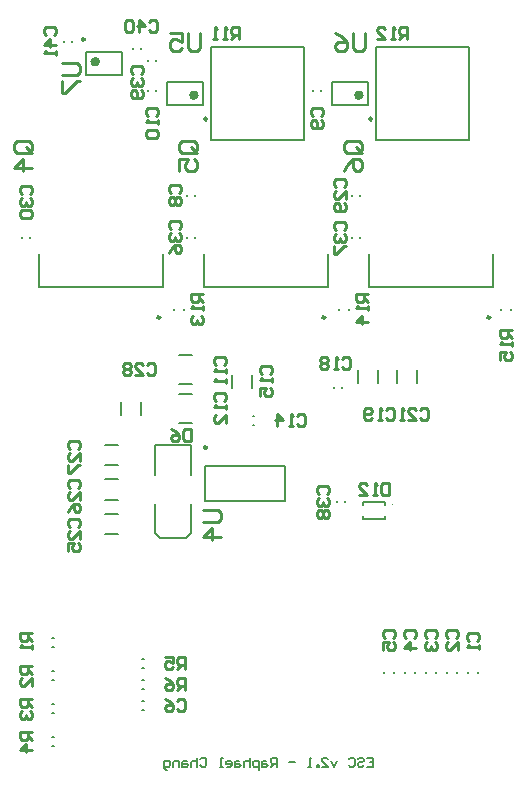
<source format=gbo>
G04 Layer_Color=32896*
%FSAX24Y24*%
%MOIN*%
G70*
G01*
G75*
%ADD27C,0.0100*%
%ADD53C,0.0098*%
%ADD54C,0.0039*%
%ADD55C,0.0080*%
%ADD56C,0.0079*%
%ADD92C,0.0157*%
D27*
X052867Y040433D02*
X052800Y040500D01*
Y040633D01*
X052867Y040700D01*
X053133D01*
X053200Y040633D01*
Y040500D01*
X053133Y040433D01*
X053200Y040100D02*
X052800D01*
X053000Y040300D01*
Y040034D01*
X053200Y039900D02*
Y039767D01*
Y039834D01*
X052800D01*
X052867Y039900D01*
X053400Y039500D02*
X053900D01*
X054000Y039400D01*
Y039200D01*
X053900Y039100D01*
X053400D01*
Y038900D02*
Y038500D01*
X053500D01*
X053900Y038900D01*
X054000D01*
X056283Y040883D02*
X056350Y040950D01*
X056483D01*
X056550Y040883D01*
Y040617D01*
X056483Y040550D01*
X056350D01*
X056283Y040617D01*
X055950Y040550D02*
Y040950D01*
X056150Y040750D01*
X055884D01*
X055750Y040883D02*
X055684Y040950D01*
X055550D01*
X055484Y040883D01*
Y040617D01*
X055550Y040550D01*
X055684D01*
X055750Y040617D01*
Y040883D01*
X055767Y039133D02*
X055700Y039200D01*
Y039333D01*
X055767Y039400D01*
X056033D01*
X056100Y039333D01*
Y039200D01*
X056033Y039133D01*
X055767Y039000D02*
X055700Y038933D01*
Y038800D01*
X055767Y038734D01*
X055833D01*
X055900Y038800D01*
Y038867D01*
Y038800D01*
X055967Y038734D01*
X056033D01*
X056100Y038800D01*
Y038933D01*
X056033Y039000D01*
Y038600D02*
X056100Y038534D01*
Y038400D01*
X056033Y038334D01*
X055767D01*
X055700Y038400D01*
Y038534D01*
X055767Y038600D01*
X055833D01*
X055900Y038534D01*
Y038334D01*
X061967Y025133D02*
X061900Y025200D01*
Y025333D01*
X061967Y025400D01*
X062233D01*
X062300Y025333D01*
Y025200D01*
X062233Y025133D01*
X061967Y025000D02*
X061900Y024933D01*
Y024800D01*
X061967Y024734D01*
X062033D01*
X062100Y024800D01*
Y024867D01*
Y024800D01*
X062167Y024734D01*
X062233D01*
X062300Y024800D01*
Y024933D01*
X062233Y025000D01*
X061967Y024600D02*
X061900Y024534D01*
Y024400D01*
X061967Y024334D01*
X062033D01*
X062100Y024400D01*
X062167Y024334D01*
X062233D01*
X062300Y024400D01*
Y024534D01*
X062233Y024600D01*
X062167D01*
X062100Y024534D01*
X062033Y024600D01*
X061967D01*
X062100Y024534D02*
Y024400D01*
X064300Y025500D02*
Y025100D01*
X064100D01*
X064033Y025167D01*
Y025433D01*
X064100Y025500D01*
X064300D01*
X063900Y025100D02*
X063767D01*
X063833D01*
Y025500D01*
X063900Y025433D01*
X063300Y025100D02*
X063567D01*
X063300Y025367D01*
Y025433D01*
X063367Y025500D01*
X063500D01*
X063567Y025433D01*
X063500Y040500D02*
Y040000D01*
X063400Y039900D01*
X063200D01*
X063100Y040000D01*
Y040500D01*
X062500D02*
X062700Y040400D01*
X062900Y040200D01*
Y040000D01*
X062800Y039900D01*
X062600D01*
X062500Y040000D01*
Y040100D01*
X062600Y040200D01*
X062900D01*
X058000Y040500D02*
Y040000D01*
X057900Y039900D01*
X057700D01*
X057600Y040000D01*
Y040500D01*
X057000D02*
X057400D01*
Y040200D01*
X057200Y040300D01*
X057100D01*
X057000Y040200D01*
Y040000D01*
X057100Y039900D01*
X057300D01*
X057400Y040000D01*
X058100Y024600D02*
X058600D01*
X058700Y024500D01*
Y024300D01*
X058600Y024200D01*
X058100D01*
X058700Y023700D02*
X058100D01*
X058400Y024000D01*
Y023600D01*
X068400Y030600D02*
X068000D01*
Y030400D01*
X068067Y030333D01*
X068200D01*
X068267Y030400D01*
Y030600D01*
Y030467D02*
X068400Y030333D01*
Y030200D02*
Y030067D01*
Y030133D01*
X068000D01*
X068067Y030200D01*
X068000Y029600D02*
Y029867D01*
X068200D01*
X068133Y029734D01*
Y029667D01*
X068200Y029600D01*
X068333D01*
X068400Y029667D01*
Y029800D01*
X068333Y029867D01*
X063600Y031800D02*
X063200D01*
Y031600D01*
X063267Y031533D01*
X063400D01*
X063467Y031600D01*
Y031800D01*
Y031667D02*
X063600Y031533D01*
Y031400D02*
Y031267D01*
Y031333D01*
X063200D01*
X063267Y031400D01*
X063600Y030867D02*
X063200D01*
X063400Y031067D01*
Y030800D01*
X058100Y031800D02*
X057700D01*
Y031600D01*
X057767Y031533D01*
X057900D01*
X057967Y031600D01*
Y031800D01*
Y031667D02*
X058100Y031533D01*
Y031400D02*
Y031267D01*
Y031333D01*
X057700D01*
X057767Y031400D01*
Y031067D02*
X057700Y031000D01*
Y030867D01*
X057767Y030800D01*
X057833D01*
X057900Y030867D01*
Y030934D01*
Y030867D01*
X057967Y030800D01*
X058033D01*
X058100Y030867D01*
Y031000D01*
X058033Y031067D01*
X064900Y040300D02*
Y040700D01*
X064700D01*
X064633Y040633D01*
Y040500D01*
X064700Y040433D01*
X064900D01*
X064767D02*
X064633Y040300D01*
X064500D02*
X064367D01*
X064433D01*
Y040700D01*
X064500Y040633D01*
X063900Y040300D02*
X064167D01*
X063900Y040567D01*
Y040633D01*
X063967Y040700D01*
X064100D01*
X064167Y040633D01*
X059300Y040300D02*
Y040700D01*
X059100D01*
X059033Y040633D01*
Y040500D01*
X059100Y040433D01*
X059300D01*
X059167D02*
X059033Y040300D01*
X058900D02*
X058767D01*
X058833D01*
Y040700D01*
X058900Y040633D01*
X058567Y040300D02*
X058434D01*
X058500D01*
Y040700D01*
X058567Y040633D01*
X057500Y018600D02*
Y019000D01*
X057300D01*
X057233Y018933D01*
Y018800D01*
X057300Y018733D01*
X057500D01*
X057367D02*
X057233Y018600D01*
X056834Y019000D02*
X056967Y018933D01*
X057100Y018800D01*
Y018667D01*
X057033Y018600D01*
X056900D01*
X056834Y018667D01*
Y018733D01*
X056900Y018800D01*
X057100D01*
X057500Y019300D02*
Y019700D01*
X057300D01*
X057233Y019633D01*
Y019500D01*
X057300Y019433D01*
X057500D01*
X057367D02*
X057233Y019300D01*
X056834Y019700D02*
X057100D01*
Y019500D01*
X056967Y019567D01*
X056900D01*
X056834Y019500D01*
Y019367D01*
X056900Y019300D01*
X057033D01*
X057100Y019367D01*
X052400Y017200D02*
X052000D01*
Y017000D01*
X052067Y016933D01*
X052200D01*
X052267Y017000D01*
Y017200D01*
Y017067D02*
X052400Y016933D01*
Y016600D02*
X052000D01*
X052200Y016800D01*
Y016534D01*
X052400Y018300D02*
X052000D01*
Y018100D01*
X052067Y018033D01*
X052200D01*
X052267Y018100D01*
Y018300D01*
Y018167D02*
X052400Y018033D01*
X052067Y017900D02*
X052000Y017833D01*
Y017700D01*
X052067Y017634D01*
X052133D01*
X052200Y017700D01*
Y017767D01*
Y017700D01*
X052267Y017634D01*
X052333D01*
X052400Y017700D01*
Y017833D01*
X052333Y017900D01*
X052400Y019400D02*
X052000D01*
Y019200D01*
X052067Y019133D01*
X052200D01*
X052267Y019200D01*
Y019400D01*
Y019267D02*
X052400Y019133D01*
Y018734D02*
Y019000D01*
X052133Y018734D01*
X052067D01*
X052000Y018800D01*
Y018933D01*
X052067Y019000D01*
X052400Y020500D02*
X052000D01*
Y020300D01*
X052067Y020233D01*
X052200D01*
X052267Y020300D01*
Y020500D01*
Y020367D02*
X052400Y020233D01*
Y020100D02*
Y019967D01*
Y020033D01*
X052000D01*
X052067Y020100D01*
X063300Y036500D02*
X062900D01*
X062800Y036600D01*
Y036800D01*
X062900Y036900D01*
X063300D01*
X063400Y036800D01*
Y036600D01*
X063200Y036700D02*
X063400Y036500D01*
Y036600D02*
X063300Y036500D01*
X062800Y035900D02*
X062900Y036100D01*
X063100Y036300D01*
X063300D01*
X063400Y036200D01*
Y036000D01*
X063300Y035900D01*
X063200D01*
X063100Y036000D01*
Y036300D01*
X057800Y036500D02*
X057400D01*
X057300Y036600D01*
Y036800D01*
X057400Y036900D01*
X057800D01*
X057900Y036800D01*
Y036600D01*
X057700Y036700D02*
X057900Y036500D01*
Y036600D02*
X057800Y036500D01*
X057300Y035900D02*
Y036300D01*
X057600D01*
X057500Y036100D01*
Y036000D01*
X057600Y035900D01*
X057800D01*
X057900Y036000D01*
Y036200D01*
X057800Y036300D01*
X052300Y036500D02*
X051900D01*
X051800Y036600D01*
Y036800D01*
X051900Y036900D01*
X052300D01*
X052400Y036800D01*
Y036600D01*
X052200Y036700D02*
X052400Y036500D01*
Y036600D02*
X052300Y036500D01*
X052400Y036000D02*
X051800D01*
X052100Y036300D01*
Y035900D01*
X057696Y027324D02*
Y026924D01*
X057496D01*
X057429Y026991D01*
Y027258D01*
X057496Y027324D01*
X057696D01*
X057029D02*
X057162Y027258D01*
X057296Y027124D01*
Y026991D01*
X057229Y026924D01*
X057096D01*
X057029Y026991D01*
Y027058D01*
X057096Y027124D01*
X057296D01*
X056233Y029433D02*
X056300Y029500D01*
X056433D01*
X056500Y029433D01*
Y029167D01*
X056433Y029100D01*
X056300D01*
X056233Y029167D01*
X055834Y029100D02*
X056100D01*
X055834Y029367D01*
Y029433D01*
X055900Y029500D01*
X056033D01*
X056100Y029433D01*
X055700D02*
X055634Y029500D01*
X055500D01*
X055434Y029433D01*
Y029367D01*
X055500Y029300D01*
X055434Y029233D01*
Y029167D01*
X055500Y029100D01*
X055634D01*
X055700Y029167D01*
Y029233D01*
X055634Y029300D01*
X055700Y029367D01*
Y029433D01*
X055634Y029300D02*
X055500D01*
X053667Y026633D02*
X053600Y026700D01*
Y026833D01*
X053667Y026900D01*
X053933D01*
X054000Y026833D01*
Y026700D01*
X053933Y026633D01*
X054000Y026234D02*
Y026500D01*
X053733Y026234D01*
X053667D01*
X053600Y026300D01*
Y026433D01*
X053667Y026500D01*
X053600Y026100D02*
Y025834D01*
X053667D01*
X053933Y026100D01*
X054000D01*
X053667Y025333D02*
X053600Y025400D01*
Y025533D01*
X053667Y025600D01*
X053933D01*
X054000Y025533D01*
Y025400D01*
X053933Y025333D01*
X054000Y024934D02*
Y025200D01*
X053733Y024934D01*
X053667D01*
X053600Y025000D01*
Y025133D01*
X053667Y025200D01*
X053600Y024534D02*
X053667Y024667D01*
X053800Y024800D01*
X053933D01*
X054000Y024734D01*
Y024600D01*
X053933Y024534D01*
X053867D01*
X053800Y024600D01*
Y024800D01*
X053667Y024033D02*
X053600Y024100D01*
Y024233D01*
X053667Y024300D01*
X053933D01*
X054000Y024233D01*
Y024100D01*
X053933Y024033D01*
X054000Y023634D02*
Y023900D01*
X053733Y023634D01*
X053667D01*
X053600Y023700D01*
Y023833D01*
X053667Y023900D01*
X053600Y023234D02*
Y023500D01*
X053800D01*
X053733Y023367D01*
Y023300D01*
X053800Y023234D01*
X053933D01*
X054000Y023300D01*
Y023434D01*
X053933Y023500D01*
X065333Y027933D02*
X065400Y028000D01*
X065533D01*
X065600Y027933D01*
Y027667D01*
X065533Y027600D01*
X065400D01*
X065333Y027667D01*
X064934Y027600D02*
X065200D01*
X064934Y027867D01*
Y027933D01*
X065000Y028000D01*
X065133D01*
X065200Y027933D01*
X064800Y027600D02*
X064667D01*
X064734D01*
Y028000D01*
X064800Y027933D01*
X064183D02*
X064250Y028000D01*
X064383D01*
X064450Y027933D01*
Y027667D01*
X064383Y027600D01*
X064250D01*
X064183Y027667D01*
X064050Y027600D02*
X063917D01*
X063983D01*
Y028000D01*
X064050Y027933D01*
X063717Y027667D02*
X063650Y027600D01*
X063517D01*
X063450Y027667D01*
Y027933D01*
X063517Y028000D01*
X063650D01*
X063717Y027933D01*
Y027867D01*
X063650Y027800D01*
X063450D01*
X062733Y029633D02*
X062800Y029700D01*
X062933D01*
X063000Y029633D01*
Y029367D01*
X062933Y029300D01*
X062800D01*
X062733Y029367D01*
X062600Y029300D02*
X062467D01*
X062533D01*
Y029700D01*
X062600Y029633D01*
X062267D02*
X062200Y029700D01*
X062067D01*
X062000Y029633D01*
Y029567D01*
X062067Y029500D01*
X062000Y029433D01*
Y029367D01*
X062067Y029300D01*
X062200D01*
X062267Y029367D01*
Y029433D01*
X062200Y029500D01*
X062267Y029567D01*
Y029633D01*
X062200Y029500D02*
X062067D01*
X060067Y029133D02*
X060000Y029200D01*
Y029333D01*
X060067Y029400D01*
X060333D01*
X060400Y029333D01*
Y029200D01*
X060333Y029133D01*
X060400Y029000D02*
Y028867D01*
Y028933D01*
X060000D01*
X060067Y029000D01*
X060000Y028400D02*
Y028667D01*
X060200D01*
X060133Y028534D01*
Y028467D01*
X060200Y028400D01*
X060333D01*
X060400Y028467D01*
Y028600D01*
X060333Y028667D01*
X061226Y027733D02*
X061292Y027800D01*
X061425D01*
X061492Y027733D01*
Y027467D01*
X061425Y027400D01*
X061292D01*
X061226Y027467D01*
X061092Y027400D02*
X060959D01*
X061026D01*
Y027800D01*
X061092Y027733D01*
X060559Y027400D02*
Y027800D01*
X060759Y027600D01*
X060492D01*
X058517Y028233D02*
X058450Y028300D01*
Y028433D01*
X058517Y028500D01*
X058783D01*
X058850Y028433D01*
Y028300D01*
X058783Y028233D01*
X058850Y028100D02*
Y027967D01*
Y028033D01*
X058450D01*
X058517Y028100D01*
X058850Y027500D02*
Y027767D01*
X058583Y027500D01*
X058517D01*
X058450Y027567D01*
Y027700D01*
X058517Y027767D01*
Y029433D02*
X058450Y029500D01*
Y029633D01*
X058517Y029700D01*
X058783D01*
X058850Y029633D01*
Y029500D01*
X058783Y029433D01*
X058850Y029300D02*
Y029167D01*
Y029233D01*
X058450D01*
X058517Y029300D01*
X058850Y028967D02*
Y028834D01*
Y028900D01*
X058450D01*
X058517Y028967D01*
X056267Y037733D02*
X056200Y037800D01*
Y037933D01*
X056267Y038000D01*
X056533D01*
X056600Y037933D01*
Y037800D01*
X056533Y037733D01*
X056600Y037600D02*
Y037467D01*
Y037533D01*
X056200D01*
X056267Y037600D01*
Y037267D02*
X056200Y037200D01*
Y037067D01*
X056267Y037000D01*
X056533D01*
X056600Y037067D01*
Y037200D01*
X056533Y037267D01*
X056267D01*
X061767Y037733D02*
X061700Y037800D01*
Y037933D01*
X061767Y038000D01*
X062033D01*
X062100Y037933D01*
Y037800D01*
X062033Y037733D01*
Y037600D02*
X062100Y037533D01*
Y037400D01*
X062033Y037334D01*
X061767D01*
X061700Y037400D01*
Y037533D01*
X061767Y037600D01*
X061833D01*
X061900Y037533D01*
Y037334D01*
X057233Y018233D02*
X057300Y018300D01*
X057433D01*
X057500Y018233D01*
Y017967D01*
X057433Y017900D01*
X057300D01*
X057233Y017967D01*
X056834Y018300D02*
X056967Y018233D01*
X057100Y018100D01*
Y017967D01*
X057033Y017900D01*
X056900D01*
X056834Y017967D01*
Y018033D01*
X056900Y018100D01*
X057100D01*
X064167Y020333D02*
X064100Y020400D01*
Y020533D01*
X064167Y020600D01*
X064433D01*
X064500Y020533D01*
Y020400D01*
X064433Y020333D01*
X064100Y019934D02*
Y020200D01*
X064300D01*
X064233Y020067D01*
Y020000D01*
X064300Y019934D01*
X064433D01*
X064500Y020000D01*
Y020133D01*
X064433Y020200D01*
X064867Y020333D02*
X064800Y020400D01*
Y020533D01*
X064867Y020600D01*
X065133D01*
X065200Y020533D01*
Y020400D01*
X065133Y020333D01*
X065200Y020000D02*
X064800D01*
X065000Y020200D01*
Y019934D01*
X065567Y020333D02*
X065500Y020400D01*
Y020533D01*
X065567Y020600D01*
X065833D01*
X065900Y020533D01*
Y020400D01*
X065833Y020333D01*
X065567Y020200D02*
X065500Y020133D01*
Y020000D01*
X065567Y019934D01*
X065633D01*
X065700Y020000D01*
Y020067D01*
Y020000D01*
X065767Y019934D01*
X065833D01*
X065900Y020000D01*
Y020133D01*
X065833Y020200D01*
X066267Y020333D02*
X066200Y020400D01*
Y020533D01*
X066267Y020600D01*
X066533D01*
X066600Y020533D01*
Y020400D01*
X066533Y020333D01*
X066600Y019934D02*
Y020200D01*
X066333Y019934D01*
X066267D01*
X066200Y020000D01*
Y020133D01*
X066267Y020200D01*
X066967Y020233D02*
X066900Y020300D01*
Y020433D01*
X066967Y020500D01*
X067233D01*
X067300Y020433D01*
Y020300D01*
X067233Y020233D01*
X067300Y020100D02*
Y019967D01*
Y020033D01*
X066900D01*
X066967Y020100D01*
X057017Y035183D02*
X056950Y035250D01*
Y035383D01*
X057017Y035450D01*
X057283D01*
X057350Y035383D01*
Y035250D01*
X057283Y035183D01*
X057017Y035050D02*
X056950Y034983D01*
Y034850D01*
X057017Y034784D01*
X057083D01*
X057150Y034850D01*
X057217Y034784D01*
X057283D01*
X057350Y034850D01*
Y034983D01*
X057283Y035050D01*
X057217D01*
X057150Y034983D01*
X057083Y035050D01*
X057017D01*
X057150Y034983D02*
Y034850D01*
X062517Y035383D02*
X062450Y035450D01*
Y035583D01*
X062517Y035650D01*
X062783D01*
X062850Y035583D01*
Y035450D01*
X062783Y035383D01*
X062850Y034984D02*
Y035250D01*
X062583Y034984D01*
X062517D01*
X062450Y035050D01*
Y035183D01*
X062517Y035250D01*
X062783Y034850D02*
X062850Y034784D01*
Y034650D01*
X062783Y034584D01*
X062517D01*
X062450Y034650D01*
Y034784D01*
X062517Y034850D01*
X062583D01*
X062650Y034784D01*
Y034584D01*
X052067Y035133D02*
X052000Y035200D01*
Y035333D01*
X052067Y035400D01*
X052333D01*
X052400Y035333D01*
Y035200D01*
X052333Y035133D01*
X052067Y035000D02*
X052000Y034933D01*
Y034800D01*
X052067Y034734D01*
X052133D01*
X052200Y034800D01*
Y034867D01*
Y034800D01*
X052267Y034734D01*
X052333D01*
X052400Y034800D01*
Y034933D01*
X052333Y035000D01*
X052067Y034600D02*
X052000Y034534D01*
Y034400D01*
X052067Y034334D01*
X052333D01*
X052400Y034400D01*
Y034534D01*
X052333Y034600D01*
X052067D01*
X057017Y033983D02*
X056950Y034050D01*
Y034183D01*
X057017Y034250D01*
X057283D01*
X057350Y034183D01*
Y034050D01*
X057283Y033983D01*
X057017Y033850D02*
X056950Y033783D01*
Y033650D01*
X057017Y033584D01*
X057083D01*
X057150Y033650D01*
Y033717D01*
Y033650D01*
X057217Y033584D01*
X057283D01*
X057350Y033650D01*
Y033783D01*
X057283Y033850D01*
X056950Y033184D02*
X057017Y033317D01*
X057150Y033450D01*
X057283D01*
X057350Y033384D01*
Y033250D01*
X057283Y033184D01*
X057217D01*
X057150Y033250D01*
Y033450D01*
X062517Y033933D02*
X062450Y034000D01*
Y034133D01*
X062517Y034200D01*
X062783D01*
X062850Y034133D01*
Y034000D01*
X062783Y033933D01*
X062517Y033800D02*
X062450Y033733D01*
Y033600D01*
X062517Y033534D01*
X062583D01*
X062650Y033600D01*
Y033667D01*
Y033600D01*
X062717Y033534D01*
X062783D01*
X062850Y033600D01*
Y033733D01*
X062783Y033800D01*
X062450Y033400D02*
Y033134D01*
X062517D01*
X062783Y033400D01*
X062850D01*
D53*
X054160Y040307D02*
G03*
X054160Y040307I-000049J000000D01*
G01*
X058230Y026701D02*
G03*
X058230Y026701I-000049J000000D01*
G01*
X062172Y031039D02*
G03*
X062172Y031039I-000049J000000D01*
G01*
X067672D02*
G03*
X067672Y031039I-000049J000000D01*
G01*
X058238Y037654D02*
G03*
X058238Y037654I-000049J000000D01*
G01*
X063738D02*
G03*
X063738Y037654I-000049J000000D01*
G01*
X056672Y031039D02*
G03*
X056672Y031039I-000049J000000D01*
G01*
D54*
X064410Y024797D02*
G03*
X064410Y024797I-000020J000000D01*
G01*
D55*
X063550Y016350D02*
X063750D01*
Y016050D01*
X063550D01*
X063750Y016200D02*
X063650D01*
X063250Y016300D02*
X063300Y016350D01*
X063400D01*
X063450Y016300D01*
Y016250D01*
X063400Y016200D01*
X063300D01*
X063250Y016150D01*
Y016100D01*
X063300Y016050D01*
X063400D01*
X063450Y016100D01*
X062950Y016300D02*
X063000Y016350D01*
X063100D01*
X063150Y016300D01*
Y016100D01*
X063100Y016050D01*
X063000D01*
X062950Y016100D01*
X062550Y016250D02*
X062450Y016050D01*
X062350Y016250D01*
X062051Y016050D02*
X062250D01*
X062051Y016250D01*
Y016300D01*
X062101Y016350D01*
X062200D01*
X062250Y016300D01*
X061951Y016050D02*
Y016100D01*
X061901D01*
Y016050D01*
X061951D01*
X061701D02*
X061601D01*
X061651D01*
Y016350D01*
X061701Y016300D01*
X061151Y016200D02*
X060951D01*
X060551Y016050D02*
Y016350D01*
X060401D01*
X060351Y016300D01*
Y016200D01*
X060401Y016150D01*
X060551D01*
X060451D02*
X060351Y016050D01*
X060201Y016250D02*
X060101D01*
X060051Y016200D01*
Y016050D01*
X060201D01*
X060251Y016100D01*
X060201Y016150D01*
X060051D01*
X059951Y015950D02*
Y016250D01*
X059801D01*
X059751Y016200D01*
Y016100D01*
X059801Y016050D01*
X059951D01*
X059651Y016350D02*
Y016050D01*
Y016200D01*
X059601Y016250D01*
X059501D01*
X059451Y016200D01*
Y016050D01*
X059301Y016250D02*
X059201D01*
X059151Y016200D01*
Y016050D01*
X059301D01*
X059351Y016100D01*
X059301Y016150D01*
X059151D01*
X058902Y016050D02*
X059002D01*
X059052Y016100D01*
Y016200D01*
X059002Y016250D01*
X058902D01*
X058852Y016200D01*
Y016150D01*
X059052D01*
X058752Y016050D02*
X058652D01*
X058702D01*
Y016350D01*
X058752D01*
X058002Y016300D02*
X058052Y016350D01*
X058152D01*
X058202Y016300D01*
Y016100D01*
X058152Y016050D01*
X058052D01*
X058002Y016100D01*
X057902Y016350D02*
Y016050D01*
Y016200D01*
X057852Y016250D01*
X057752D01*
X057702Y016200D01*
Y016050D01*
X057552Y016250D02*
X057452D01*
X057402Y016200D01*
Y016050D01*
X057552D01*
X057602Y016100D01*
X057552Y016150D01*
X057402D01*
X057302Y016050D02*
Y016250D01*
X057152D01*
X057102Y016200D01*
Y016050D01*
X056902Y015950D02*
X056852D01*
X056802Y016000D01*
Y016250D01*
X056952D01*
X057002Y016200D01*
Y016100D01*
X056952Y016050D01*
X056802D01*
D56*
X053462Y040209D02*
Y040248D01*
X053738Y040209D02*
Y040248D01*
X055410Y039126D02*
Y039874D01*
X054190Y039126D02*
Y039874D01*
Y039126D02*
X055410D01*
X054190Y039874D02*
X055410D01*
X056038Y039980D02*
Y040020D01*
X055762Y039980D02*
Y040020D01*
X056262Y039580D02*
Y039620D01*
X056538Y039580D02*
Y039620D01*
X062838Y024880D02*
Y024920D01*
X062562Y024880D02*
Y024920D01*
X063426Y024895D02*
X064174D01*
X063426Y024305D02*
X064174D01*
Y024797D02*
Y024895D01*
X063426Y024797D02*
Y024895D01*
X064174Y024305D02*
Y024403D01*
X063426Y024305D02*
Y024403D01*
X056538Y038580D02*
Y038620D01*
X056262Y038580D02*
Y038620D01*
X062038Y038580D02*
Y038620D01*
X061762Y038580D02*
Y038620D01*
X068043Y031280D02*
Y031320D01*
X068357Y031280D02*
Y031320D01*
X057143Y031280D02*
Y031320D01*
X057457Y031280D02*
Y031320D01*
X062643Y031280D02*
Y031320D01*
X062957Y031280D02*
Y031320D01*
X053080Y020357D02*
X053120D01*
X053080Y020043D02*
X053120D01*
X053080Y019257D02*
X053120D01*
X053080Y018943D02*
X053120D01*
X053080Y018157D02*
X053120D01*
X053080Y017843D02*
X053120D01*
X053080Y017057D02*
X053120D01*
X053080Y016743D02*
X053120D01*
X056080Y019657D02*
X056120D01*
X056080Y019343D02*
X056120D01*
X056080Y018643D02*
X056120D01*
X056080Y018957D02*
X056120D01*
X056080Y017962D02*
X056120D01*
X056080Y018238D02*
X056120D01*
X064143Y019180D02*
Y019220D01*
X064457Y019180D02*
Y019220D01*
X064843Y019180D02*
Y019220D01*
X065157Y019180D02*
Y019220D01*
X065543Y019180D02*
Y019220D01*
X065857Y019180D02*
Y019220D01*
X066243Y019180D02*
Y019220D01*
X066557Y019180D02*
Y019220D01*
X066943Y019180D02*
Y019220D01*
X067257Y019180D02*
Y019220D01*
X057283Y028808D02*
X057717D01*
X057283Y029792D02*
X057717D01*
X057283Y027508D02*
X057717D01*
X057283Y028492D02*
X057717D01*
X059735Y028683D02*
Y029117D01*
X059065Y028683D02*
Y029117D01*
X060819Y024909D02*
Y026091D01*
X058181Y024909D02*
Y026091D01*
Y024909D02*
X060819D01*
X058181Y026091D02*
X060819D01*
X063265Y028854D02*
Y029287D01*
X063935Y028854D02*
Y029287D01*
X064565Y028854D02*
Y029287D01*
X065235Y028854D02*
Y029287D01*
X057710Y023863D02*
Y024828D01*
X056490Y023863D02*
Y024828D01*
Y025772D02*
Y026796D01*
X057710Y025772D02*
Y026796D01*
X056667Y023686D02*
X057533D01*
X056490Y023863D02*
X056667Y023686D01*
X057533D02*
X057710Y023863D01*
X056490Y026796D02*
X057710D01*
X059772Y027443D02*
X059812D01*
X059772Y027757D02*
X059812D01*
X065400Y040048D02*
X066950D01*
Y036950D02*
Y040050D01*
X063850Y036950D02*
X066950D01*
X063850D02*
Y040050D01*
Y040048D02*
X065400D01*
X059900D02*
X061450D01*
Y036950D02*
Y040050D01*
X058350Y036950D02*
X061450D01*
X058350D02*
Y040050D01*
Y040048D02*
X059900D01*
X062267Y032063D02*
Y033165D01*
X058133Y032063D02*
X062267D01*
X058133D02*
Y033165D01*
X063633Y032063D02*
Y033165D01*
Y032063D02*
X067767D01*
Y033165D01*
X056890Y038126D02*
X058110D01*
X056890Y038874D02*
X058110D01*
Y038126D02*
Y038874D01*
X056890Y038126D02*
Y038874D01*
X062390Y038126D02*
X063610D01*
X062390Y038874D02*
X063610D01*
Y038126D02*
Y038874D01*
X062390Y038126D02*
Y038874D01*
X054833Y023815D02*
X055267D01*
X054833Y024485D02*
X055267D01*
X054833Y026115D02*
X055267D01*
X054833Y026785D02*
X055267D01*
X054833Y024965D02*
X055267D01*
X054833Y025635D02*
X055267D01*
X055365Y027783D02*
Y028217D01*
X056035Y027783D02*
Y028217D01*
X063062Y033680D02*
Y033720D01*
X063338Y033680D02*
Y033720D01*
X063338Y035080D02*
Y035120D01*
X063062Y035080D02*
Y035120D01*
X052633Y032063D02*
Y033165D01*
Y032063D02*
X056767D01*
Y033165D01*
X057562Y033680D02*
Y033720D01*
X057838Y033680D02*
Y033720D01*
X057838Y035080D02*
Y035120D01*
X057562Y035080D02*
Y035120D01*
X052062Y033680D02*
Y033720D01*
X052338Y033680D02*
Y033720D01*
X062738Y028680D02*
Y028720D01*
X062462Y028680D02*
Y028720D01*
D92*
X054583Y039559D02*
G03*
X054583Y039559I-000079J000000D01*
G01*
X057874Y038441D02*
G03*
X057874Y038441I-000079J000000D01*
G01*
X063374D02*
G03*
X063374Y038441I-000079J000000D01*
G01*
M02*

</source>
